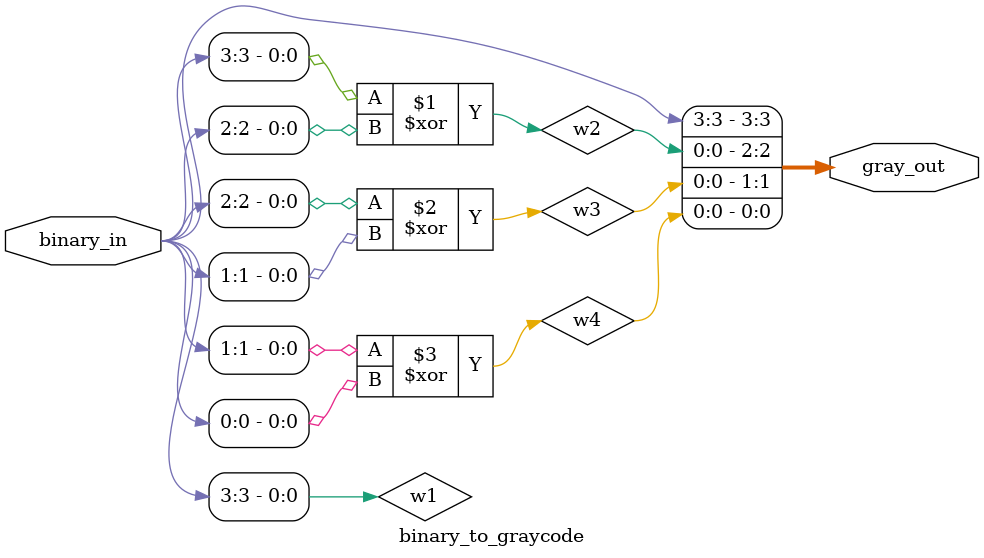
<source format=v>
`timescale 1ns / 1ps


module binary_to_graycode(binary_in ,gray_out );
input [3:0] binary_in ; 
output [3:0] gray_out ;
wire w1 ,w2,w3,w4;
assign w1= binary_in[3];
assign w2 = binary_in[3]^binary_in[2];
assign w3 = binary_in[2]^binary_in[1];
assign w4 = binary_in[1]^binary_in[0];
assign gray_out ={w1,w2,w3,w4} ;

endmodule

</source>
